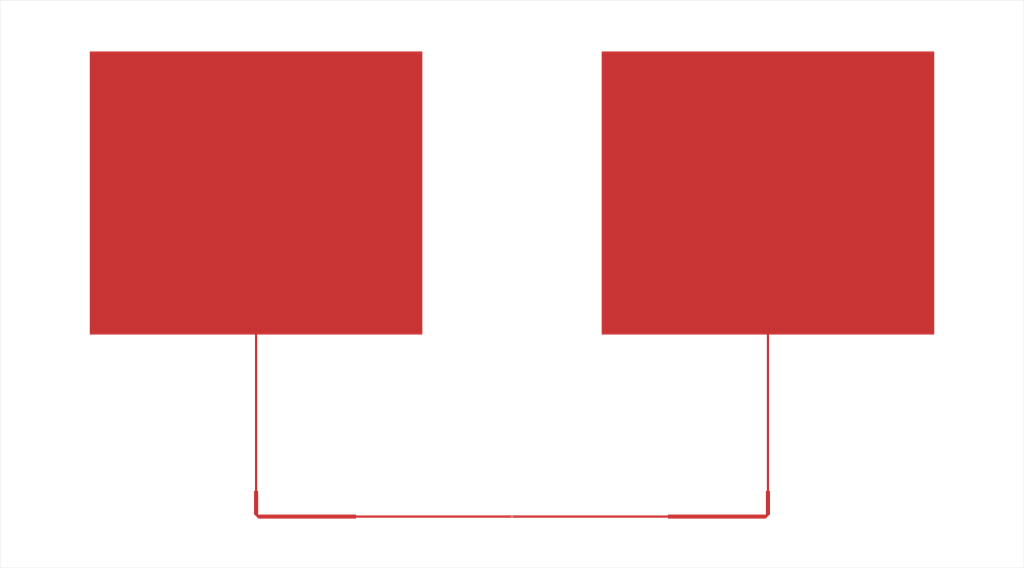
<source format=kicad_pcb>
(kicad_pcb (version 20211014) (generator aperture)

  (general
    (thickness 1.6)
  )

  (paper "A3")
  (title_block
    (title "antenna")
    (comment 1 "Generated by Aperture.py by Daniel Fearn")
    (comment 2 "github.com/cusf/aperture")
  )

  (layers
    (0 "F.Cu" signal)
    (31 "B.Cu" signal)
    (32 "B.Adhes" user "B.Adhesive")
    (33 "F.Adhes" user "F.Adhesive")
    (34 "B.Paste" user)
    (35 "F.Paste" user)
    (36 "B.SilkS" user "B.Silkscreen")
    (37 "F.SilkS" user "F.Silkscreen")
    (38 "B.Mask" user)
    (39 "F.Mask" user)
    (40 "Dwgs.User" user "User.Drawings")
    (41 "Cmts.User" user "User.Comments")
    (42 "Eco1.User" user "User.Eco1")
    (43 "Eco2.User" user "User.Eco2")
    (44 "Edge.Cuts" user)
    (45 "Margin" user)
    (46 "B.CrtYd" user "B.Courtyard")
    (47 "F.CrtYd" user "F.Courtyard")
    (48 "B.Fab" user)
    (49 "F.Fab" user)
    (50 "User.1" user)
    (51 "User.2" user)
    (52 "User.3" user)
    (53 "User.4" user)
    (54 "User.5" user)
    (55 "User.6" user)
    (56 "User.7" user)
    (57 "User.8" user)
    (58 "User.9" user)
  )

  (setup
    (pad_to_mask_clearance 0)
    (pcbplotparams
      (layerselection 0x00010fc_ffffffff)
      (disableapertmacros false)
      (usegerberextensions false)
      (usegerberattributes true)
      (usegerberadvancedattributes true)
      (creategerberjobfile true)
      (svguseinch false)
      (svgprecision 6)
      (excludeedgelayer true)
      (plotframeref false)
      (viasonmask false)
      (mode 1)
      (useauxorigin false)
      (hpglpennumber 1)
      (hpglpenspeed 20)
      (hpglpendiameter 15.000000)
      (dxfpolygonmode true)
      (dxfimperialunits true)
      (dxfusepcbnewfont true)
      (psnegative false)
      (psa4output false)
      (plotreference true)
      (plotvalue true)
      (plotinvisibletext false)
      (sketchpadsonfab false)
      (subtractmaskfromsilk false)
      (outputformat 1)
      (mirror false)
      (drillshape 1)
      (scaleselection 1)
      (outputdirectory "")
    )
  )

  (net 0 "")

    (gr_poly
    (pts
      (xy 270.83774479981173 200.451953125)
      (xy 270.83774479981173 199.203515625)
      (xy 308.9490823764759 199.203515625)
      (xy 308.9490823764759 190)
      (xy 310.1688089389759 190)
      (xy 310.1688089389759 129.0599072219244)
      (xy 374.5463384762378 129.0599072219244)
      (xy 374.5463384762378 18.72689936889924)
      (xy 244.94479502671408 18.72689936889924)
      (xy 244.94479502671408 129.0599072219244)
      (xy 309.32232456397594 129.0599072219244)
      (xy 309.32232456397594 190)
      (xy 310.54205112647594 190)
      (xy 310.54205112647594 199.10925688501632)
      (xy 308.85482363649226 200.796484375)
      (xy 270.83774479981173 200.796484375)
      (xy 270.83774479981173 199.548046875)
      (xy 149.16225520018827 199.548046875)
      (xy 149.16225520018827 199.203515625)
      (xy 111.05091762352407 199.203515625)
      (xy 111.05091762352407 190)
      (xy 110.67767543602406 190)
      (xy 110.67767543602406 129.0599072219244)
      (xy 175.05520497328592 129.0599072219244)
      (xy 175.05520497328592 18.72689936889924)
      (xy 45.45366152376221 18.72689936889924)
      (xy 45.45366152376221 129.0599072219244)
      (xy 109.83119106102407 129.0599072219244)
      (xy 109.83119106102407 190)
      (xy 109.45794887352406 190)
      (xy 109.45794887352406 199.10925688501632)
      (xy 111.14517636350774 200.796484375)
      (xy 149.16225520018827 200.796484375)
      (xy 149.16225520018827 200.451953125)
      (xy 210 200.451953125)
      (xy 210 200.3)
      (xy 209.7 200)
      (xy 210 199.7)
      (xy 210.3 200)
      (xy 210 200.3)
      (xy 210 200.451953125)
    )
  (layer "F.Cu") (width 0) (fill solid))(gr_rect (start 10.5 -1.2700000000000102) (end 409.5 220) (layer "Edge.Cuts") (width 0) (fill none))

)
</source>
